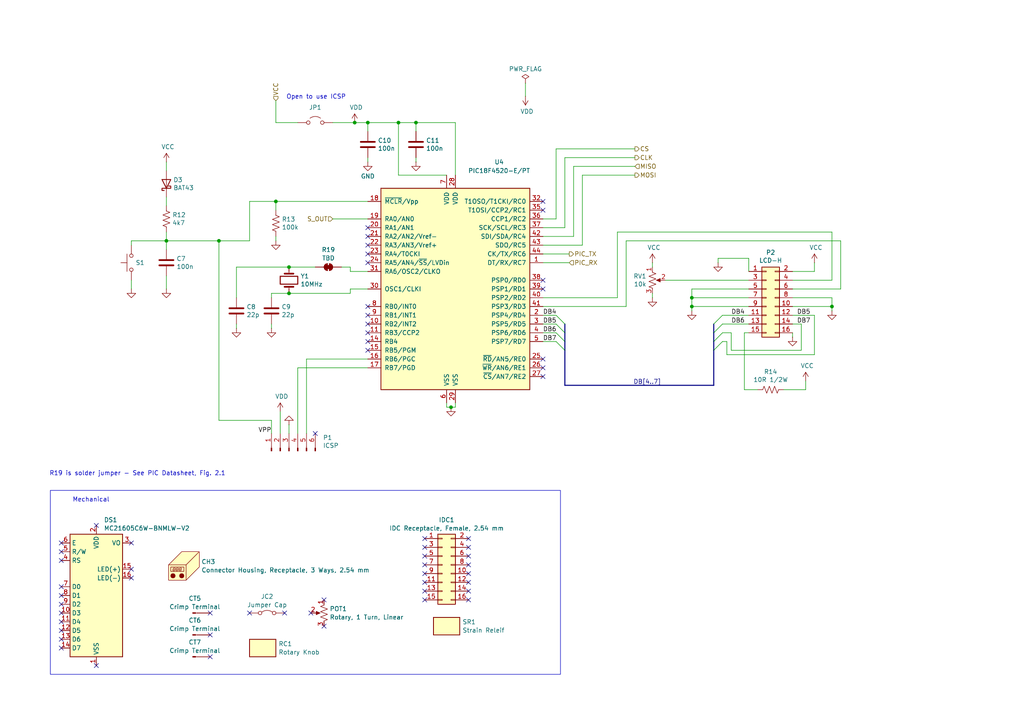
<source format=kicad_sch>
(kicad_sch (version 20250114) (generator "eeschema") (generator_version "9.0")
  (paper "A4")
  (title_block (title "Microcontroller") (company "University of Niš, Faculty of Electronic Engineering, Department of Microelectronics") (comment 1 "Product: Temperature Logger TL-01"))
  (lib_symbols
    (symbol "Conn_01x01_Pin_1" (pin_numbers (hide yes)) (pin_names (offset 1.016) (hide yes))
      (property "Reference" "J" (at 0 2.54 0))
      (property "Value" "Conn_01x01_Pin" (at 0 -2.54 0))
      (symbol "Conn_01x01_Pin_1_1_1"
        (rectangle (start 0.8636 0.127) (end 0 -0.127) (stroke (width 0.1524)) (fill (type outline)))
        (polyline (pts (xy 1.27 0) (xy 0.8636 0)) (stroke (width 0.1524)))
        (pin passive line (at 5.08 0 180) (length 3.81) (name "Pin_1") (number "1"))
      )
    )
    (symbol "Conn_01x01_Pin_2" (pin_numbers (hide yes)) (pin_names (offset 1.016) (hide yes))
      (property "Reference" "J" (at 0 2.54 0))
      (property "Value" "Conn_01x01_Pin" (at 0 -2.54 0))
      (symbol "Conn_01x01_Pin_2_1_1"
        (rectangle (start 0.8636 0.127) (end 0 -0.127) (stroke (width 0.1524)) (fill (type outline)))
        (polyline (pts (xy 1.27 0) (xy 0.8636 0)) (stroke (width 0.1524)))
        (pin passive line (at 5.08 0 180) (length 3.81) (name "Pin_1") (number "1"))
      )
    )
    (symbol "Connector:Conn_01x01_Pin" (pin_numbers (hide yes)) (pin_names (offset 1.016) (hide yes))
      (property "Reference" "J" (at 0 2.54 0))
      (property "Value" "Conn_01x01_Pin" (at 0 -2.54 0))
      (symbol "Conn_01x01_Pin_1_1"
        (rectangle (start 0.8636 0.127) (end 0 -0.127) (stroke (width 0.1524)) (fill (type outline)))
        (polyline (pts (xy 1.27 0) (xy 0.8636 0)) (stroke (width 0.1524)))
        (pin passive line (at 5.08 0 180) (length 3.81) (name "Pin_1") (number "1"))
      )
    )
    (symbol "Connector:Conn_01x06_Pin" (pin_names (offset 1.016) (hide yes))
      (property "Reference" "J" (at 0 7.62 0))
      (property "Value" "Conn_01x06_Pin" (at 0 -10.16 0))
      (symbol "Conn_01x06_Pin_1_1"
        (rectangle (start 0.8636 5.207) (end 0 4.953) (stroke (width 0.1524)) (fill (type outline)))
        (rectangle (start 0.8636 2.667) (end 0 2.413) (stroke (width 0.1524)) (fill (type outline)))
        (rectangle (start 0.8636 0.127) (end 0 -0.127) (stroke (width 0.1524)) (fill (type outline)))
        (rectangle (start 0.8636 -2.413) (end 0 -2.667) (stroke (width 0.1524)) (fill (type outline)))
        (rectangle (start 0.8636 -4.953) (end 0 -5.207) (stroke (width 0.1524)) (fill (type outline)))
        (rectangle (start 0.8636 -7.493) (end 0 -7.747) (stroke (width 0.1524)) (fill (type outline)))
        (polyline (pts (xy 1.27 5.08) (xy 0.8636 5.08)) (stroke (width 0.1524)))
        (polyline (pts (xy 1.27 2.54) (xy 0.8636 2.54)) (stroke (width 0.1524)))
        (polyline (pts (xy 1.27 0) (xy 0.8636 0)) (stroke (width 0.1524)))
        (polyline (pts (xy 1.27 -2.54) (xy 0.8636 -2.54)) (stroke (width 0.1524)))
        (polyline (pts (xy 1.27 -5.08) (xy 0.8636 -5.08)) (stroke (width 0.1524)))
        (polyline (pts (xy 1.27 -7.62) (xy 0.8636 -7.62)) (stroke (width 0.1524)))
        (pin passive line (at 5.08 5.08 180) (length 3.81) (name "Pin_1") (number "1"))
        (pin passive line (at 5.08 2.54 180) (length 3.81) (name "Pin_2") (number "2"))
        (pin passive line (at 5.08 0 180) (length 3.81) (name "Pin_3") (number "3"))
        (pin passive line (at 5.08 -2.54 180) (length 3.81) (name "Pin_4") (number "4"))
        (pin passive line (at 5.08 -5.08 180) (length 3.81) (name "Pin_5") (number "5"))
        (pin passive line (at 5.08 -7.62 180) (length 3.81) (name "Pin_6") (number "6"))
      )
    )
    (symbol "Connector_Generic:Conn_02x08_Odd_Even" (pin_names (offset 1.016) (hide yes))
      (property "Reference" "J" (at 1.27 10.16 0))
      (property "Value" "Conn_02x08_Odd_Even" (at 1.27 -12.7 0))
      (symbol "Conn_02x08_Odd_Even_1_1"
        (rectangle (start -1.27 8.89) (end 3.81 -11.43) (stroke (width 0.254)) (fill (type background)))
        (rectangle (start -1.27 7.747) (end 0 7.493) (stroke (width 0.1524)))
        (rectangle (start -1.27 5.207) (end 0 4.953) (stroke (width 0.1524)))
        (rectangle (start -1.27 2.667) (end 0 2.413) (stroke (width 0.1524)))
        (rectangle (start -1.27 0.127) (end 0 -0.127) (stroke (width 0.1524)))
        (rectangle (start -1.27 -2.413) (end 0 -2.667) (stroke (width 0.1524)))
        (rectangle (start -1.27 -4.953) (end 0 -5.207) (stroke (width 0.1524)))
        (rectangle (start -1.27 -7.493) (end 0 -7.747) (stroke (width 0.1524)))
        (rectangle (start -1.27 -10.033) (end 0 -10.287) (stroke (width 0.1524)))
        (rectangle (start 3.81 7.747) (end 2.54 7.493) (stroke (width 0.1524)))
        (rectangle (start 3.81 5.207) (end 2.54 4.953) (stroke (width 0.1524)))
        (rectangle (start 3.81 2.667) (end 2.54 2.413) (stroke (width 0.1524)))
        (rectangle (start 3.81 0.127) (end 2.54 -0.127) (stroke (width 0.1524)))
        (rectangle (start 3.81 -2.413) (end 2.54 -2.667) (stroke (width 0.1524)))
        (rectangle (start 3.81 -4.953) (end 2.54 -5.207) (stroke (width 0.1524)))
        (rectangle (start 3.81 -7.493) (end 2.54 -7.747) (stroke (width 0.1524)))
        (rectangle (start 3.81 -10.033) (end 2.54 -10.287) (stroke (width 0.1524)))
        (pin passive line (at -5.08 7.62 0) (length 3.81) (name "Pin_1") (number "1"))
        (pin passive line (at -5.08 5.08 0) (length 3.81) (name "Pin_3") (number "3"))
        (pin passive line (at -5.08 2.54 0) (length 3.81) (name "Pin_5") (number "5"))
        (pin passive line (at -5.08 0 0) (length 3.81) (name "Pin_7") (number "7"))
        (pin passive line (at -5.08 -2.54 0) (length 3.81) (name "Pin_9") (number "9"))
        (pin passive line (at -5.08 -5.08 0) (length 3.81) (name "Pin_11") (number "11"))
        (pin passive line (at -5.08 -7.62 0) (length 3.81) (name "Pin_13") (number "13"))
        (pin passive line (at -5.08 -10.16 0) (length 3.81) (name "Pin_15") (number "15"))
        (pin passive line (at 7.62 7.62 180) (length 3.81) (name "Pin_2") (number "2"))
        (pin passive line (at 7.62 5.08 180) (length 3.81) (name "Pin_4") (number "4"))
        (pin passive line (at 7.62 2.54 180) (length 3.81) (name "Pin_6") (number "6"))
        (pin passive line (at 7.62 0 180) (length 3.81) (name "Pin_8") (number "8"))
        (pin passive line (at 7.62 -2.54 180) (length 3.81) (name "Pin_10") (number "10"))
        (pin passive line (at 7.62 -5.08 180) (length 3.81) (name "Pin_12") (number "12"))
        (pin passive line (at 7.62 -7.62 180) (length 3.81) (name "Pin_14") (number "14"))
        (pin passive line (at 7.62 -10.16 180) (length 3.81) (name "Pin_16") (number "16"))
      )
    )
    (symbol "Device:C" (pin_numbers (hide yes)) (pin_names (offset 0.254))
      (property "Reference" "C" (at 0.635 2.54 0))
      (property "Value" "C" (at 0.635 -2.54 0))
      (symbol "C_0_1"
        (polyline (pts (xy -2.032 0.762) (xy 2.032 0.762)) (stroke (width 0.508)))
        (polyline (pts (xy -2.032 -0.762) (xy 2.032 -0.762)) (stroke (width 0.508)))
      )
      (symbol "C_1_1"
        (pin passive line (at 0 3.81 270) (length 2.794) (name "~") (number "1"))
        (pin passive line (at 0 -3.81 90) (length 2.794) (name "~") (number "2"))
      )
    )
    (symbol "Device:Crystal" (pin_numbers (hide yes)) (pin_names (offset 1.016) (hide yes))
      (property "Reference" "Y" (at 0 3.81 0))
      (property "Value" "Crystal" (at 0 -3.81 0))
      (symbol "Crystal_0_1"
        (polyline (pts (xy -2.54 0) (xy -1.905 0)))
        (polyline (pts (xy -1.905 -1.27) (xy -1.905 1.27)) (stroke (width 0.508)))
        (rectangle (start -1.143 2.54) (end 1.143 -2.54) (stroke (width 0.3048)))
        (polyline (pts (xy 1.905 -1.27) (xy 1.905 1.27)) (stroke (width 0.508)))
        (polyline (pts (xy 2.54 0) (xy 1.905 0)))
      )
      (symbol "Crystal_1_1"
        (pin passive line (at -3.81 0 0) (length 1.27) (name "1") (number "1"))
        (pin passive line (at 3.81 0 180) (length 1.27) (name "2") (number "2"))
      )
    )
    (symbol "Device:D_Schottky" (pin_numbers (hide yes)) (pin_names (offset 1.016) (hide yes))
      (property "Reference" "D" (at 0 2.54 0))
      (property "Value" "D_Schottky" (at 0 -2.54 0))
      (symbol "D_Schottky_0_1"
        (polyline (pts (xy -1.905 0.635) (xy -1.905 1.27) (xy -1.27 1.27) (xy -1.27 -1.27) (xy -0.635 -1.27) (xy -0.635 -0.635)) (stroke (width 0.254)))
        (polyline (pts (xy 1.27 1.27) (xy 1.27 -1.27) (xy -1.27 0) (xy 1.27 1.27)) (stroke (width 0.254)))
        (polyline (pts (xy 1.27 0) (xy -1.27 0)))
      )
      (symbol "D_Schottky_1_1"
        (pin passive line (at -3.81 0 0) (length 2.54) (name "K") (number "1"))
        (pin passive line (at 3.81 0 180) (length 2.54) (name "A") (number "2"))
      )
    )
    (symbol "Device:R_Potentiometer_US" (pin_names (offset 1.016) (hide yes))
      (property "Reference" "RV" (at -4.445 0 90))
      (property "Value" "R_Potentiometer_US" (at -2.54 0 90))
      (symbol "R_Potentiometer_US_0_1"
        (polyline (pts (xy 0 2.54) (xy 0 2.286)))
        (polyline (pts (xy 0 2.286) (xy 1.016 1.905) (xy 0 1.524) (xy -1.016 1.143) (xy 0 0.762)))
        (polyline (pts (xy 0 0.762) (xy 1.016 0.381) (xy 0 0) (xy -1.016 -0.381) (xy 0 -0.762)))
        (polyline (pts (xy 0 -0.762) (xy 1.016 -1.143) (xy 0 -1.524) (xy -1.016 -1.905) (xy 0 -2.286)))
        (polyline (pts (xy 0 -2.286) (xy 0 -2.54)))
        (polyline (pts (xy 1.143 0) (xy 2.286 0.508) (xy 2.286 -0.508) (xy 1.143 0)) (fill (type outline)))
        (polyline (pts (xy 2.54 0) (xy 1.524 0)))
      )
      (symbol "R_Potentiometer_US_1_1"
        (pin passive line (at 0 3.81 270) (length 1.27) (name "1") (number "1"))
        (pin passive line (at 0 -3.81 90) (length 1.27) (name "3") (number "3"))
        (pin passive line (at 3.81 0 180) (length 1.27) (name "2") (number "2"))
      )
    )
    (symbol "Device:R_US" (pin_numbers (hide yes)) (pin_names (offset 0))
      (property "Reference" "R" (at 2.54 0 90))
      (property "Value" "R_US" (at -2.54 0 90))
      (symbol "R_US_0_1"
        (polyline (pts (xy 0 2.286) (xy 0 2.54)))
        (polyline (pts (xy 0 2.286) (xy 1.016 1.905) (xy 0 1.524) (xy -1.016 1.143) (xy 0 0.762)))
        (polyline (pts (xy 0 0.762) (xy 1.016 0.381) (xy 0 0) (xy -1.016 -0.381) (xy 0 -0.762)))
        (polyline (pts (xy 0 -0.762) (xy 1.016 -1.143) (xy 0 -1.524) (xy -1.016 -1.905) (xy 0 -2.286)))
        (polyline (pts (xy 0 -2.286) (xy 0 -2.54)))
      )
      (symbol "R_US_1_1"
        (pin passive line (at 0 3.81 270) (length 1.27) (name "~") (number "1"))
        (pin passive line (at 0 -3.81 90) (length 1.27) (name "~") (number "2"))
      )
    )
    (symbol "Display_Character:WC1602A"
      (property "Reference" "DS" (at -5.842 19.05 0))
      (property "Value" "WC1602A" (at 5.334 19.05 0))
      (symbol "WC1602A_1_1"
        (rectangle (start -7.62 17.78) (end 7.62 -17.78) (stroke (width 0.254)) (fill (type background)))
        (pin input line (at -10.16 15.24 0) (length 2.54) (name "E") (number "6"))
        (pin input line (at -10.16 12.7 0) (length 2.54) (name "R/W") (number "5"))
        (pin input line (at -10.16 10.16 0) (length 2.54) (name "RS") (number "4"))
        (pin input line (at -10.16 2.54 0) (length 2.54) (name "D0") (number "7"))
        (pin input line (at -10.16 0 0) (length 2.54) (name "D1") (number "8"))
        (pin input line (at -10.16 -2.54 0) (length 2.54) (name "D2") (number "9"))
        (pin input line (at -10.16 -5.08 0) (length 2.54) (name "D3") (number "10"))
        (pin input line (at -10.16 -7.62 0) (length 2.54) (name "D4") (number "11"))
        (pin input line (at -10.16 -10.16 0) (length 2.54) (name "D5") (number "12"))
        (pin input line (at -10.16 -12.7 0) (length 2.54) (name "D6") (number "13"))
        (pin input line (at -10.16 -15.24 0) (length 2.54) (name "D7") (number "14"))
        (pin power_in line (at 0 20.32 270) (length 2.54) (name "VDD") (number "2"))
        (pin power_in line (at 0 -20.32 90) (length 2.54) (name "VSS") (number "1"))
        (pin input line (at 10.16 15.24 180) (length 2.54) (name "VO") (number "3"))
        (pin power_in line (at 10.16 7.62 180) (length 2.54) (name "LED(+)") (number "15"))
        (pin power_in line (at 10.16 5.08 180) (length 2.54) (name "LED(-)") (number "16"))
      )
    )
    (symbol "Jumper:Jumper_2_Bridged" (pin_numbers (hide yes)) (pin_names (offset 0) (hide yes)) (exclude_from_sim yes)
      (property "Reference" "JP" (at 0 1.905 0))
      (property "Value" "Jumper_2_Bridged" (at 0 -2.54 0))
      (symbol "Jumper_2_Bridged_0_0"
        (circle (center -2.032 0) (radius 0.508))
        (circle (center 2.032 0) (radius 0.508))
      )
      (symbol "Jumper_2_Bridged_0_1"
        (arc (start -1.524 0.254) (mid 0 0.762) (end 1.524 0.254))
      )
      (symbol "Jumper_2_Bridged_1_1"
        (pin passive line (at -5.08 0 0) (length 2.54) (name "A") (number "1"))
        (pin passive line (at 5.08 0 180) (length 2.54) (name "B") (number "2"))
      )
    )
    (symbol "Jumper:Jumper_2_Open" (pin_numbers (hide yes)) (pin_names (offset 0) (hide yes)) (exclude_from_sim yes)
      (property "Reference" "JP" (at 0 2.794 0))
      (property "Value" "Jumper_2_Open" (at 0 -2.286 0))
      (symbol "Jumper_2_Open_0_0"
        (circle (center -2.032 0) (radius 0.508))
        (circle (center 2.032 0) (radius 0.508))
      )
      (symbol "Jumper_2_Open_0_1"
        (arc (start -1.524 1.27) (mid 0 1.778) (end 1.524 1.27))
      )
      (symbol "Jumper_2_Open_1_1"
        (pin passive line (at -5.08 0 0) (length 2.54) (name "A") (number "1"))
        (pin passive line (at 5.08 0 180) (length 2.54) (name "B") (number "2"))
      )
    )
    (symbol "Jumper:SolderJumper_2_Bridged" (pin_numbers (hide yes)) (pin_names (offset 0) (hide yes)) (exclude_from_sim yes) (in_bom no)
      (property "Reference" "JP" (at 0 2.032 0))
      (property "Value" "SolderJumper_2_Bridged" (at 0 -2.54 0))
      (symbol "SolderJumper_2_Bridged_0_1"
        (rectangle (start -0.508 0.508) (end 0.508 -0.508) (fill (type outline)))
        (polyline (pts (xy -0.254 1.016) (xy -0.254 -1.016)))
        (arc (start -0.254 -1.016) (mid -1.2656 0) (end -0.254 1.016))
        (arc (start -0.254 -1.016) (mid -1.2656 0) (end -0.254 1.016) (fill (type outline)))
        (arc (start 0.254 1.016) (mid 1.2656 0) (end 0.254 -1.016))
        (arc (start 0.254 1.016) (mid 1.2656 0) (end 0.254 -1.016) (fill (type outline)))
        (polyline (pts (xy 0.254 1.016) (xy 0.254 -1.016)))
      )
      (symbol "SolderJumper_2_Bridged_1_1"
        (pin passive line (at -3.81 0 0) (length 2.54) (name "A") (number "1"))
        (pin passive line (at 3.81 0 180) (length 2.54) (name "B") (number "2"))
      )
    )
    (symbol "MCU_Microchip_PIC18:PIC18F452-IPT" (pin_names (offset 1.016))
      (property "Reference" "U" (at -21.59 30.48 0))
      (property "Value" "PIC18F452-IPT" (at 5.08 -30.48 0))
      (symbol "PIC18F452-IPT_0_1"
        (rectangle (start 21.59 -29.21) (end -21.59 29.21) (stroke (width 0.254)) (fill (type background)))
      )
      (symbol "PIC18F452-IPT_1_1"
        (pin input line (at -25.4 25.4 0) (length 3.81) (name "~{MCLR}/Vpp") (number "18"))
        (pin bidirectional line (at -25.4 20.32 0) (length 3.81) (name "RA0/AN0") (number "19"))
        (pin bidirectional line (at -25.4 17.78 0) (length 3.81) (name "RA1/AN1") (number "20"))
        (pin bidirectional line (at -25.4 15.24 0) (length 3.81) (name "RA2/AN2/Vref-") (number "21"))
        (pin bidirectional line (at -25.4 12.7 0) (length 3.81) (name "RA3/AN3/Vref+") (number "22"))
        (pin bidirectional line (at -25.4 10.16 0) (length 3.81) (name "RA4/T0CKI") (number "23"))
        (pin bidirectional line (at -25.4 7.62 0) (length 3.81) (name "RA5/AN4/~{SS}/LVDin") (number "24"))
        (pin bidirectional line (at -25.4 5.08 0) (length 3.81) (name "RA6/OSC2/CLKO") (number "31"))
        (pin input line (at -25.4 0 0) (length 3.81) (name "OSC1/CLKI") (number "30"))
        (pin bidirectional line (at -25.4 -5.08 0) (length 3.81) (name "RB0/INT0") (number "8"))
        (pin bidirectional line (at -25.4 -7.62 0) (length 3.81) (name "RB1/INT1") (number "9"))
        (pin bidirectional line (at -25.4 -10.16 0) (length 3.81) (name "RB2/INT2") (number "10"))
        (pin bidirectional line (at -25.4 -12.7 0) (length 3.81) (name "RB3/CCP2") (number "11"))
        (pin bidirectional line (at -25.4 -15.24 0) (length 3.81) (name "RB4") (number "14"))
        (pin bidirectional line (at -25.4 -17.78 0) (length 3.81) (name "RB5/PGM") (number "15"))
        (pin bidirectional line (at -25.4 -20.32 0) (length 3.81) (name "RB6/PGC") (number "16"))
        (pin bidirectional line (at -25.4 -22.86 0) (length 3.81) (name "RB7/PGD") (number "17"))
        (pin no_connect line (at -15.24 -29.21 90) (length 3.81) (hide yes) (name "NC") (number "12"))
        (pin no_connect line (at -12.7 -29.21 90) (length 3.81) (hide yes) (name "NC") (number "13"))
        (pin no_connect line (at -10.16 -29.21 90) (length 3.81) (hide yes) (name "NC") (number "33"))
        (pin no_connect line (at -7.62 -29.21 90) (length 3.81) (hide yes) (name "NC") (number "34"))
        (pin power_in line (at -2.54 33.02 270) (length 3.81) (name "VDD") (number "7"))
        (pin power_in line (at -2.54 -33.02 90) (length 3.81) (name "VSS") (number "6"))
        (pin power_in line (at 0 33.02 270) (length 3.81) (name "VDD") (number "28"))
        (pin power_in line (at 0 -33.02 90) (length 3.81) (name "VSS") (number "29"))
        (pin bidirectional line (at 25.4 25.4 180) (length 3.81) (name "T1OSO/T1CKI/RC0") (number "32"))
        (pin bidirectional line (at 25.4 22.86 180) (length 3.81) (name "T1OSI/CCP2/RC1") (number "35"))
        (pin bidirectional line (at 25.4 20.32 180) (length 3.81) (name "CCP1/RC2") (number "36"))
        (pin bidirectional line (at 25.4 17.78 180) (length 3.81) (name "SCK/SCL/RC3") (number "37"))
        (pin bidirectional line (at 25.4 15.24 180) (length 3.81) (name "SDI/SDA/RC4") (number "42"))
        (pin bidirectional line (at 25.4 12.7 180) (length 3.81) (name "SDO/RC5") (number "43"))
        (pin bidirectional line (at 25.4 10.16 180) (length 3.81) (name "CK/TX/RC6") (number "44"))
        (pin bidirectional line (at 25.4 7.62 180) (length 3.81) (name "DT/RX/RC7") (number "1"))
        (pin bidirectional line (at 25.4 2.54 180) (length 3.81) (name "PSP0/RD0") (number "38"))
        (pin bidirectional line (at 25.4 0 180) (length 3.81) (name "PSP1/RD1") (number "39"))
        (pin bidirectional line (at 25.4 -2.54 180) (length 3.81) (name "PSP2/RD2") (number "40"))
        (pin bidirectional line (at 25.4 -5.08 180) (length 3.81) (name "PSP3/RD3") (number "41"))
        (pin bidirectional line (at 25.4 -7.62 180) (length 3.81) (name "PSP4/RD4") (number "2"))
        (pin bidirectional line (at 25.4 -10.16 180) (length 3.81) (name "PSP5/RD5") (number "3"))
        (pin bidirectional line (at 25.4 -12.7 180) (length 3.81) (name "PSP6/RD6") (number "4"))
        (pin bidirectional line (at 25.4 -15.24 180) (length 3.81) (name "PSP7/RD7") (number "5"))
        (pin bidirectional line (at 25.4 -20.32 180) (length 3.81) (name "~{RD}/AN5/RE0") (number "25"))
        (pin bidirectional line (at 25.4 -22.86 180) (length 3.81) (name "~{WR}/AN6/RE1") (number "26"))
        (pin bidirectional line (at 25.4 -25.4 180) (length 3.81) (name "~{CS}/AN7/RE2") (number "27"))
      )
    )
    (symbol "Mechanical:Housing" (pin_names (offset 1.016)) (exclude_from_sim yes)
      (property "Reference" "N" (at 3.81 0 0))
      (property "Value" "Housing" (at 3.81 -1.905 0))
      (symbol "Housing_0_1"
        (polyline (pts (xy -5.715 0) (xy -0.635 0) (xy 3.175 3.81)))
        (polyline (pts (xy -5.715 0) (xy -5.715 -4.445) (xy -0.635 -4.445) (xy 3.175 -0.635) (xy 3.175 3.81) (xy -1.905 3.81) (xy -5.715 0)) (fill (type background)))
        (rectangle (start -5.08 -0.635) (end -1.27 -1.905))
        (polyline (pts (xy -4.5212 -1.5748) (xy -4.4704 -1.3716)))
        (circle (center -4.445 -3.175) (radius 0.635) (fill (type outline)))
        (polyline (pts (xy -4.4196 -1.2192) (xy -4.3688 -0.9652)))
        (polyline (pts (xy -4.4196 -1.6764) (xy -4.064 -1.6764)))
        (polyline (pts (xy -4.318 -1.3208) (xy -4.0132 -1.3208)))
        (polyline (pts (xy -4.2164 -0.9144) (xy -3.9116 -0.9144)))
        (polyline (pts (xy -3.9116 -1.6256) (xy -3.8608 -1.3716)))
        (polyline (pts (xy -3.81 -1.2192) (xy -3.7592 -0.9652)))
        (polyline (pts (xy -3.6068 -1.5748) (xy -3.556 -1.3716)))
        (polyline (pts (xy -3.5052 -1.2192) (xy -3.4544 -0.9652)))
        (polyline (pts (xy -3.5052 -1.6764) (xy -3.1496 -1.6764)))
        (polyline (pts (xy -3.4036 -1.3208) (xy -3.0988 -1.3208)))
        (polyline (pts (xy -3.302 -0.9144) (xy -2.9972 -0.9144)))
        (polyline (pts (xy -2.9972 -1.6256) (xy -2.9464 -1.3716)))
        (polyline (pts (xy -2.8956 -1.2192) (xy -2.8448 -0.9652)))
        (polyline (pts (xy -2.6924 -1.5748) (xy -2.6416 -1.3716)))
        (polyline (pts (xy -2.5908 -1.2192) (xy -2.54 -0.9652)))
        (polyline (pts (xy -2.5908 -1.6764) (xy -2.2352 -1.6764)))
        (polyline (pts (xy -2.4892 -1.3208) (xy -2.1844 -1.3208)))
        (polyline (pts (xy -2.3876 -0.9144) (xy -2.0828 -0.9144)))
        (polyline (pts (xy -2.0828 -1.6256) (xy -2.032 -1.3716)))
        (polyline (pts (xy -1.9812 -1.2192) (xy -1.9304 -0.9652)))
        (circle (center -1.905 -3.175) (radius 0.635) (fill (type outline)))
        (polyline (pts (xy -0.635 0) (xy -0.635 -4.445)))
      )
    )
    (symbol "Switch:SW_Push" (pin_numbers (hide yes)) (pin_names (offset 1.016) (hide yes))
      (property "Reference" "SW" (at 1.27 2.54 0))
      (property "Value" "SW_Push" (at 0 -1.524 0))
      (symbol "SW_Push_0_1"
        (circle (center -2.032 0) (radius 0.508))
        (polyline (pts (xy 0 1.27) (xy 0 3.048)))
        (circle (center 2.032 0) (radius 0.508))
        (polyline (pts (xy 2.54 1.27) (xy -2.54 1.27)))
        (pin passive line (at -5.08 0 0) (length 2.54) (name "1") (number "1"))
        (pin passive line (at 5.08 0 180) (length 2.54) (name "2") (number "2"))
      )
    )
    (symbol "ZP_Library:Dummy"
      (property "Reference" "U" (at -3.81 4.318 0))
      (property "Value" "Dummy" (at 3.556 4.572 0))
      (symbol "Dummy_0_1"
        (rectangle (start -3.81 2.54) (end 3.81 -2.54) (stroke (width 0.254)) (fill (type background)))
      )
    )
    (symbol "power:GND" (power) (pin_numbers (hide yes)) (pin_names (offset 0) (hide yes))
      (property "Value" "GND" (at 0 -3.81 0))
      (symbol "GND_0_1"
        (polyline (pts (xy 0 0) (xy 0 -1.27) (xy 1.27 -1.27) (xy 0 -2.54) (xy -1.27 -1.27) (xy 0 -1.27)))
      )
      (symbol "GND_1_1"
        (pin power_in line (at 0 0 270) (length 0) (name "~") (number "1"))
      )
    )
    (symbol "power:PWR_FLAG" (power) (pin_numbers (hide yes)) (pin_names (offset 0) (hide yes))
      (property "Value" "PWR_FLAG" (at 0 3.81 0))
      (symbol "PWR_FLAG_0_0"
        (pin power_out line (at 0 0 90) (length 0) (name "~") (number "1"))
      )
      (symbol "PWR_FLAG_0_1"
        (polyline (pts (xy 0 0) (xy 0 1.27) (xy -1.016 1.905) (xy 0 2.54) (xy 1.016 1.905) (xy 0 1.27)))
      )
    )
    (symbol "power:VCC" (power) (pin_numbers (hide yes)) (pin_names (offset 0) (hide yes))
      (property "Value" "VCC" (at 0 3.556 0))
      (symbol "VCC_0_1"
        (polyline (pts (xy -0.762 1.27) (xy 0 2.54)))
        (polyline (pts (xy 0 2.54) (xy 0.762 1.27)))
        (polyline (pts (xy 0 0) (xy 0 2.54)))
      )
      (symbol "VCC_1_1"
        (pin power_in line (at 0 0 90) (length 0) (name "~") (number "1"))
      )
    )
    (symbol "power:VDD" (power) (pin_numbers (hide yes)) (pin_names (offset 0) (hide yes))
      (property "Value" "VDD" (at 0 3.556 0))
      (symbol "VDD_0_1"
        (polyline (pts (xy -0.762 1.27) (xy 0 2.54)))
        (polyline (pts (xy 0 2.54) (xy 0.762 1.27)))
        (polyline (pts (xy 0 0) (xy 0 2.54)))
      )
      (symbol "VDD_1_1"
        (pin power_in line (at 0 0 90) (length 0) (name "~") (number "1"))
      )
    )
  )
  (rectangle (start 14.605 142.24) (end 162.56 195.58))
  (text "Mechanical" (at 26.416 145.034 0) (effects (font (size 1.27 1.27))))
  (text "Open to use ICSP" (at 91.694 28.194 0) (effects (font (size 1.27 1.27))))
  (text "R19 is solder jumper - See PIC Datasheet, Fig. 2.1" (at 39.878 137.414 0) (effects (font (size 1.27 1.27))))
  (junction (at 106.68 35.56))
  (junction (at 83.82 77.47))
  (junction (at 80.01 58.42))
  (junction (at 200.66 88.9))
  (junction (at 102.87 35.56))
  (junction (at 241.3 88.9))
  (junction (at 63.5 69.85))
  (junction (at 120.65 35.56))
  (junction (at 115.57 35.56))
  (junction (at 48.26 69.85))
  (junction (at 83.82 85.09))
  (junction (at 130.81 118.11))
  (junction (at 200.66 86.36))
  (no_connect (at 17.78 185.42))
  (no_connect (at 135.89 163.83))
  (no_connect (at 38.1 157.48))
  (no_connect (at 123.19 156.21))
  (no_connect (at 17.78 175.26))
  (no_connect (at 106.68 71.12))
  (no_connect (at 123.19 173.99))
  (no_connect (at 27.94 152.4))
  (no_connect (at 17.78 170.18))
  (no_connect (at 157.48 58.42))
  (no_connect (at 157.48 83.82))
  (no_connect (at 157.48 81.28))
  (no_connect (at 123.19 168.91))
  (no_connect (at 106.68 93.98))
  (no_connect (at 135.89 156.21))
  (no_connect (at 106.68 66.04))
  (no_connect (at 93.98 181.61))
  (no_connect (at 106.68 91.44))
  (no_connect (at 60.96 177.8))
  (no_connect (at 123.19 161.29))
  (no_connect (at 135.89 168.91))
  (no_connect (at 72.39 177.8))
  (no_connect (at 106.68 76.2))
  (no_connect (at 135.89 171.45))
  (no_connect (at 82.55 177.8))
  (no_connect (at 17.78 160.02))
  (no_connect (at 106.68 96.52))
  (no_connect (at 17.78 157.48))
  (no_connect (at 17.78 182.88))
  (no_connect (at 38.1 165.1))
  (no_connect (at 135.89 173.99))
  (no_connect (at 106.68 88.9))
  (no_connect (at 60.96 184.15))
  (no_connect (at 60.96 190.5))
  (no_connect (at 157.48 109.22))
  (no_connect (at 123.19 166.37))
  (no_connect (at 135.89 158.75))
  (no_connect (at 106.68 68.58))
  (no_connect (at 123.19 158.75))
  (no_connect (at 106.68 73.66))
  (no_connect (at 17.78 162.56))
  (no_connect (at 38.1 167.64))
  (no_connect (at 17.78 180.34))
  (no_connect (at 27.94 193.04))
  (no_connect (at 157.48 60.96))
  (no_connect (at 91.44 125.73))
  (no_connect (at 123.19 171.45))
  (no_connect (at 135.89 161.29))
  (no_connect (at 106.68 99.06))
  (no_connect (at 17.78 177.8))
  (no_connect (at 106.68 101.6))
  (no_connect (at 123.19 163.83))
  (no_connect (at 157.48 106.68))
  (no_connect (at 90.17 177.8))
  (no_connect (at 135.89 166.37))
  (no_connect (at 17.78 187.96))
  (no_connect (at 93.98 173.99))
  (no_connect (at 17.78 172.72))
  (no_connect (at 157.48 104.14))
  (bus_entry (at 161.29 96.52) (size 2.54 2.54))
  (bus_entry (at 161.29 91.44) (size 2.54 2.54))
  (bus_entry (at 207.01 96.52) (size 2.54 -2.54))
  (bus_entry (at 161.29 99.06) (size 2.54 2.54))
  (bus_entry (at 207.01 101.6) (size 2.54 -2.54))
  (bus_entry (at 161.29 93.98) (size 2.54 2.54))
  (bus_entry (at 207.01 93.98) (size 2.54 -2.54))
  (bus_entry (at 207.01 99.06) (size 2.54 -2.54))
  (wire (pts (xy 217.17 78.74) (xy 217.17 74.93)))
  (wire (pts (xy 80.01 35.56) (xy 86.36 35.56)))
  (wire (pts (xy 157.48 71.12) (xy 168.91 71.12)))
  (wire (pts (xy 157.48 66.04) (xy 163.83 66.04)))
  (wire (pts (xy 163.83 45.72) (xy 184.15 45.72)))
  (wire (pts (xy 106.68 83.82) (xy 101.6 83.82)))
  (wire (pts (xy 157.48 99.06) (xy 161.29 99.06)))
  (bus (pts (xy 163.83 99.06) (xy 163.83 101.6)))
  (wire (pts (xy 101.6 78.74) (xy 106.68 78.74)))
  (wire (pts (xy 241.3 67.31) (xy 179.07 67.31)))
  (wire (pts (xy 48.26 57.15) (xy 48.26 59.69)))
  (wire (pts (xy 152.4 24.13) (xy 152.4 27.94)))
  (wire (pts (xy 200.66 86.36) (xy 200.66 88.9)))
  (wire (pts (xy 63.5 69.85) (xy 72.39 69.85)))
  (wire (pts (xy 165.1 76.2) (xy 157.48 76.2)))
  (wire (pts (xy 168.91 71.12) (xy 168.91 50.8)))
  (wire (pts (xy 161.29 63.5) (xy 157.48 63.5)))
  (wire (pts (xy 83.82 85.09) (xy 101.6 85.09)))
  (wire (pts (xy 88.9 104.14) (xy 106.68 104.14)))
  (wire (pts (xy 229.87 81.28) (xy 241.3 81.28)))
  (bus (pts (xy 207.01 93.98) (xy 207.01 96.52)))
  (wire (pts (xy 38.1 81.28) (xy 38.1 83.82)))
  (wire (pts (xy 88.9 125.73) (xy 88.9 104.14)))
  (wire (pts (xy 200.66 86.36) (xy 217.17 86.36)))
  (wire (pts (xy 120.65 45.72) (xy 120.65 46.99)))
  (wire (pts (xy 48.26 69.85) (xy 38.1 69.85)))
  (wire (pts (xy 232.41 93.98) (xy 232.41 101.6)))
  (wire (pts (xy 106.68 46.99) (xy 106.68 45.72)))
  (wire (pts (xy 106.68 35.56) (xy 115.57 35.56)))
  (wire (pts (xy 115.57 50.8) (xy 115.57 35.56)))
  (wire (pts (xy 48.26 69.85) (xy 48.26 72.39)))
  (wire (pts (xy 63.5 69.85) (xy 63.5 121.92)))
  (wire (pts (xy 229.87 96.52) (xy 229.87 97.79)))
  (wire (pts (xy 83.82 85.09) (xy 78.74 85.09)))
  (wire (pts (xy 99.06 77.47) (xy 101.6 77.47)))
  (wire (pts (xy 166.37 48.26) (xy 184.15 48.26)))
  (wire (pts (xy 212.09 96.52) (xy 209.55 96.52)))
  (wire (pts (xy 179.07 67.31) (xy 179.07 86.36)))
  (wire (pts (xy 96.52 63.5) (xy 106.68 63.5)))
  (wire (pts (xy 181.61 69.85) (xy 243.84 69.85)))
  (wire (pts (xy 78.74 121.92) (xy 63.5 121.92)))
  (wire (pts (xy 106.68 58.42) (xy 80.01 58.42)))
  (wire (pts (xy 243.84 83.82) (xy 229.87 83.82)))
  (wire (pts (xy 38.1 69.85) (xy 38.1 71.12)))
  (wire (pts (xy 157.48 91.44) (xy 161.29 91.44)))
  (wire (pts (xy 161.29 43.18) (xy 161.29 63.5)))
  (wire (pts (xy 184.15 43.18) (xy 161.29 43.18)))
  (wire (pts (xy 157.48 93.98) (xy 161.29 93.98)))
  (wire (pts (xy 78.74 93.98) (xy 78.74 95.25)))
  (wire (pts (xy 48.26 69.85) (xy 63.5 69.85)))
  (wire (pts (xy 229.87 88.9) (xy 241.3 88.9)))
  (wire (pts (xy 166.37 68.58) (xy 166.37 48.26)))
  (wire (pts (xy 72.39 58.42) (xy 80.01 58.42)))
  (wire (pts (xy 212.09 101.6) (xy 212.09 96.52)))
  (wire (pts (xy 115.57 50.8) (xy 129.54 50.8)))
  (wire (pts (xy 209.55 91.44) (xy 217.17 91.44)))
  (wire (pts (xy 132.08 35.56) (xy 132.08 50.8)))
  (wire (pts (xy 181.61 88.9) (xy 181.61 69.85)))
  (wire (pts (xy 210.82 102.87) (xy 210.82 99.06)))
  (wire (pts (xy 200.66 83.82) (xy 200.66 86.36)))
  (wire (pts (xy 68.58 77.47) (xy 83.82 77.47)))
  (wire (pts (xy 236.22 91.44) (xy 236.22 102.87)))
  (wire (pts (xy 229.87 78.74) (xy 236.22 78.74)))
  (wire (pts (xy 236.22 78.74) (xy 236.22 76.2)))
  (wire (pts (xy 80.01 58.42) (xy 80.01 60.96)))
  (wire (pts (xy 81.28 119.38) (xy 81.28 125.73)))
  (wire (pts (xy 157.48 96.52) (xy 161.29 96.52)))
  (wire (pts (xy 48.26 80.01) (xy 48.26 83.82)))
  (bus (pts (xy 207.01 99.06) (xy 207.01 101.6)))
  (wire (pts (xy 241.3 88.9) (xy 241.3 90.17)))
  (wire (pts (xy 227.33 113.03) (xy 233.68 113.03)))
  (wire (pts (xy 210.82 102.87) (xy 236.22 102.87)))
  (wire (pts (xy 83.82 77.47) (xy 91.44 77.47)))
  (wire (pts (xy 120.65 35.56) (xy 132.08 35.56)))
  (wire (pts (xy 78.74 85.09) (xy 78.74 86.36)))
  (wire (pts (xy 120.65 38.1) (xy 120.65 35.56)))
  (bus (pts (xy 207.01 96.52) (xy 207.01 99.06)))
  (wire (pts (xy 200.66 88.9) (xy 200.66 90.17)))
  (wire (pts (xy 129.54 118.11) (xy 130.81 118.11)))
  (wire (pts (xy 215.9 96.52) (xy 215.9 113.03)))
  (wire (pts (xy 48.26 46.99) (xy 48.26 49.53)))
  (wire (pts (xy 157.48 88.9) (xy 181.61 88.9)))
  (wire (pts (xy 102.87 35.56) (xy 106.68 35.56)))
  (wire (pts (xy 48.26 67.31) (xy 48.26 69.85)))
  (wire (pts (xy 217.17 88.9) (xy 200.66 88.9)))
  (wire (pts (xy 217.17 81.28) (xy 193.04 81.28)))
  (wire (pts (xy 215.9 113.03) (xy 219.71 113.03)))
  (wire (pts (xy 209.55 93.98) (xy 217.17 93.98)))
  (wire (pts (xy 229.87 93.98) (xy 232.41 93.98)))
  (wire (pts (xy 68.58 93.98) (xy 68.58 95.25)))
  (bus (pts (xy 163.83 101.6) (xy 163.83 111.76)))
  (wire (pts (xy 233.68 113.03) (xy 233.68 110.49)))
  (wire (pts (xy 101.6 77.47) (xy 101.6 78.74)))
  (wire (pts (xy 86.36 106.68) (xy 86.36 125.73)))
  (wire (pts (xy 241.3 86.36) (xy 229.87 86.36)))
  (wire (pts (xy 241.3 88.9) (xy 241.3 86.36)))
  (wire (pts (xy 132.08 118.11) (xy 132.08 116.84)))
  (wire (pts (xy 189.23 85.09) (xy 189.23 86.36)))
  (bus (pts (xy 163.83 96.52) (xy 163.83 99.06)))
  (wire (pts (xy 80.01 68.58) (xy 80.01 69.85)))
  (wire (pts (xy 232.41 101.6) (xy 212.09 101.6)))
  (wire (pts (xy 243.84 69.85) (xy 243.84 83.82)))
  (bus (pts (xy 163.83 93.98) (xy 163.83 96.52)))
  (wire (pts (xy 157.48 73.66) (xy 165.1 73.66)))
  (wire (pts (xy 217.17 74.93) (xy 208.28 74.93)))
  (wire (pts (xy 210.82 99.06) (xy 209.55 99.06)))
  (wire (pts (xy 80.01 29.21) (xy 80.01 35.56)))
  (wire (pts (xy 168.91 50.8) (xy 184.15 50.8)))
  (wire (pts (xy 96.52 35.56) (xy 102.87 35.56)))
  (wire (pts (xy 217.17 96.52) (xy 215.9 96.52)))
  (wire (pts (xy 208.28 74.93) (xy 208.28 76.2)))
  (wire (pts (xy 189.23 76.2) (xy 189.23 77.47)))
  (wire (pts (xy 78.74 121.92) (xy 78.74 125.73)))
  (wire (pts (xy 229.87 91.44) (xy 236.22 91.44)))
  (wire (pts (xy 200.66 83.82) (xy 217.17 83.82)))
  (wire (pts (xy 101.6 83.82) (xy 101.6 85.09)))
  (wire (pts (xy 241.3 81.28) (xy 241.3 67.31)))
  (bus (pts (xy 163.83 111.76) (xy 207.01 111.76)))
  (wire (pts (xy 129.54 116.84) (xy 129.54 118.11)))
  (wire (pts (xy 106.68 38.1) (xy 106.68 35.56)))
  (wire (pts (xy 72.39 69.85) (xy 72.39 58.42)))
  (wire (pts (xy 179.07 86.36) (xy 157.48 86.36)))
  (wire (pts (xy 163.83 66.04) (xy 163.83 45.72)))
  (wire (pts (xy 157.48 68.58) (xy 166.37 68.58)))
  (wire (pts (xy 130.81 118.11) (xy 132.08 118.11)))
  (wire (pts (xy 83.82 123.19) (xy 83.82 125.73)))
  (wire (pts (xy 106.68 106.68) (xy 86.36 106.68)))
  (wire (pts (xy 115.57 35.56) (xy 120.65 35.56)))
  (wire (pts (xy 68.58 77.47) (xy 68.58 86.36)))
  (bus (pts (xy 207.01 101.6) (xy 207.01 111.76)))
  (label "DB5" (at 231.14 91.44 0))
  (label "DB6" (at 157.48 96.52 0))
  (label "DB4" (at 212.09 91.44 0))
  (label "DB[4..7]" (at 191.77 111.76 180))
  (label "DB7" (at 157.48 99.06 0))
  (label "DB6" (at 212.09 93.98 0))
  (label "VPP" (at 78.74 125.73 180))
  (label "DB7" (at 231.14 93.98 0))
  (label "DB4" (at 157.48 91.44 0))
  (label "DB5" (at 157.48 93.98 0))
  (hierarchical_label "VCC" (shape input) (at 80.01 29.21 90))
  (hierarchical_label "S_OUT" (shape input) (at 96.52 63.5 180))
  (hierarchical_label "PIC_RX" (shape input) (at 165.1 76.2 0))
  (hierarchical_label "MISO" (shape input) (at 184.15 48.26 0))
  (hierarchical_label "MOSI" (shape output) (at 184.15 50.8 0))
  (hierarchical_label "PIC_TX" (shape output) (at 165.1 73.66 0))
  (hierarchical_label "CS" (shape output) (at 184.15 43.18 0))
  (hierarchical_label "CLK" (shape output) (at 184.15 45.72 0))
  (symbol (lib_id "Connector_Generic:Conn_02x08_Odd_Even") (at 128.27 163.83 0) (unit 1) (on_board no)
    (property "Reference" "IDC1" (at 129.54 150.7955 0))
    (property "Value" "IDC Receptacle, Female, 2.54 mm" (at 129.54 153.2198 0))
    (property "Description" "Generic connector, double row, 02x08, odd/even pin numbering scheme (row 1 odd numbers, row 2 even numbers), script generated (kicad-library-utils/schlib/autogen/connector/)" (effects (hide yes)))
    (property "Farnell" "1098501 " (effects (hide yes)))
  )
  (symbol (lib_id "power:GND") (at 38.1 83.82 0) (unit 1)
    (property "Reference" "#PWR016" (effects (hide yes)))
    (property "Value" "GND" (effects (hide yes)))
    (property "Description" "Power symbol creates a global label with name \"GND\" , ground" (effects (hide yes)))
  )
  (symbol (lib_id "Connector:Conn_01x01_Pin") (at 55.88 190.5 0) (unit 1) (on_board no)
    (property "Reference" "CT7" (at 56.515 186.2793 0))
    (property "Value" "Crimp Terminal" (at 56.515 188.7036 0))
    (property "Description" "Generic connector, single row, 01x01, script generated" (effects (hide yes)))
    (property "Farnell" "1593529" (effects (hide yes)))
  )
  (symbol (lib_id "Device:D_Schottky") (at 48.26 53.34 90) (unit 1)
    (property "Reference" "D3" (at 50.2666 52.1716 90) (effects (justify right)))
    (property "Value" "BAT43" (at 50.2666 54.483 90) (effects (justify right)))
    (property "Footprint" "Diode_THT:D_DO-35_SOD27_P7.62mm_Horizontal" (effects (hide yes)))
    (property "Description" "Schottky diode" (effects (hide yes)))
    (property "Farnell" "9801448" (effects (hide yes)))
  )
  (symbol (lib_id "power:VDD") (at 102.87 35.56 0) (unit 1)
    (property "Reference" "#PWR030" (effects (hide yes)))
    (property "Value" "VDD" (at 103.3018 31.1658 0))
    (property "Description" "Power symbol creates a global label with name \"VDD\"" (effects (hide yes)))
  )
  (symbol (lib_id "power:GND") (at 241.3 90.17 0) (unit 1)
    (property "Reference" "#PWR036" (effects (hide yes)))
    (property "Value" "GND" (effects (hide yes)))
    (property "Description" "Power symbol creates a global label with name \"GND\" , ground" (effects (hide yes)))
  )
  (symbol (lib_id "power:GND") (at 208.28 76.2 0) (unit 1)
    (property "Reference" "#PWR033" (effects (hide yes)))
    (property "Value" "GND" (effects (hide yes)))
    (property "Description" "Power symbol creates a global label with name \"GND\" , ground" (effects (hide yes)))
  )
  (symbol (lib_id "Jumper:Jumper_2_Bridged") (at 77.47 177.8 0) (unit 1) (exclude_from_sim yes) (on_board no)
    (property "Reference" "JC2" (at 77.47 173.0205 0))
    (property "Value" "Jumper Cap" (at 77.47 175.4448 0))
    (property "Description" "Jumper, 2-pole, closed/bridged" (effects (hide yes)))
    (property "Farnell" "9728970" (effects (hide yes)))
  )
  (symbol (lib_id "power:GND") (at 200.66 90.17 0) (unit 1)
    (property "Reference" "#PWR032" (effects (hide yes)))
    (property "Value" "GND" (effects (hide yes)))
    (property "Description" "Power symbol creates a global label with name \"GND\" , ground" (effects (hide yes)))
  )
  (symbol (lib_id "power:GND") (at 68.58 95.25 0) (unit 1)
    (property "Reference" "#PWR024" (effects (hide yes)))
    (property "Value" "GND" (effects (hide yes)))
    (property "Description" "Power symbol creates a global label with name \"GND\" , ground" (effects (hide yes)))
  )
  (symbol (lib_id "Device:C") (at 48.26 76.2 0) (unit 1)
    (property "Reference" "C7" (at 51.181 75.0316 0) (effects (justify left)))
    (property "Value" "100n" (at 51.181 77.343 0) (effects (justify left)))
    (property "Footprint" "Capacitor_SMD:C_0805_2012Metric" (effects (hide yes)))
    (property "Description" "Unpolarized capacitor" (effects (hide yes)))
    (property "Farnell" "1740673" (effects (hide yes)))
  )
  (symbol (lib_id "Device:R_US") (at 48.26 63.5 0) (unit 1)
    (property "Reference" "R12" (at 49.9872 62.3316 0) (effects (justify left)))
    (property "Value" "4k7" (at 49.9872 64.643 0) (effects (justify left)))
    (property "Footprint" "Resistor_SMD:R_0805_2012Metric" (effects (hide yes)))
    (property "Description" "Resistor, US symbol" (effects (hide yes)))
    (property "Farnell" "9334580" (effects (hide yes)))
  )
  (symbol (lib_id "Device:C") (at 120.65 41.91 0) (unit 1)
    (property "Reference" "C11" (at 123.571 40.7416 0) (effects (justify left)))
    (property "Value" "100n" (at 123.571 43.053 0) (effects (justify left)))
    (property "Footprint" "Capacitor_SMD:C_0805_2012Metric" (effects (hide yes)))
    (property "Description" "Unpolarized capacitor" (effects (hide yes)))
    (property "Farnell" "1740673" (effects (hide yes)))
  )
  (symbol (lib_id "power:VCC") (at 189.23 76.2 0) (unit 1)
    (property "Reference" "#PWR034" (effects (hide yes)))
    (property "Value" "VCC" (at 189.6618 71.8058 0))
    (property "Description" "Power symbol creates a global label with name \"VCC\"" (effects (hide yes)))
  )
  (symbol (lib_id "Jumper:SolderJumper_2_Bridged") (at 95.25 77.47 0) (unit 1) (exclude_from_sim yes)
    (property "Reference" "R19" (at 95.25 72.4365 0))
    (property "Value" "TBD" (at 95.25 74.8608 0))
    (property "Footprint" "Resistor_SMD:R_0805_2012Metric" (effects (hide yes)))
    (property "Description" "Solder Jumper, 2-pole, closed/bridged" (effects (hide yes)))
    (property "Farnell" "1117319" (effects (hide yes)))
  )
  (symbol (lib_id "power:VDD") (at 152.4 27.94 0) (mirror x) (unit 1)
    (property "Reference" "#PWR053" (effects (hide yes)))
    (property "Value" "VDD" (at 152.8318 32.3342 0))
    (property "Description" "Power symbol creates a global label with name \"VDD\"" (effects (hide yes)))
  )
  (symbol (lib_id "Connector_Generic:Conn_02x08_Odd_Even") (at 222.25 86.36 0) (unit 1)
    (property "Reference" "P2" (at 223.52 73.2282 0))
    (property "Value" "LCD-H" (at 223.52 75.5396 0))
    (property "Footprint" "ZP_Library:ZP_Flipped_PinSocket_2x08_P2.54mm_Vertical" (effects (hide yes)))
    (property "Description" "Generic connector, double row, 02x08, odd/even pin numbering scheme (row 1 odd numbers, row 2 even numbers), script generated (kicad-library-utils/schlib/autogen/connector/)" (effects (hide yes)))
    (property "Farnell" "8395934" (effects (hide yes)))
  )
  (symbol (lib_id "power:GND") (at 106.68 46.99 0) (unit 1)
    (property "Reference" "#PWR019" (effects (hide yes)))
    (property "Value" "GND" (at 106.68 51.1231 0))
    (property "Description" "Power symbol creates a global label with name \"GND\" , ground" (effects (hide yes)))
  )
  (symbol (lib_id "Mechanical:Housing") (at 54.61 163.83 0) (unit 1) (exclude_from_sim yes) (on_board no)
    (property "Reference" "CH3" (at 58.42 162.9353 0) (effects (justify left)))
    (property "Value" "Connector Housing, Receptacle, 3 Ways, 2.54 mm" (at 58.42 165.3596 0) (effects (justify left)))
    (property "Description" "Housing" (effects (hide yes)))
    (property "Farnell" "1593507" (effects (hide yes)))
  )
  (symbol (lib_id "power:GND") (at 80.01 69.85 0) (unit 1)
    (property "Reference" "#PWR023" (effects (hide yes)))
    (property "Value" "GND" (effects (hide yes)))
    (property "Description" "Power symbol creates a global label with name \"GND\" , ground" (effects (hide yes)))
  )
  (symbol (lib_id "Display_Character:WC1602A") (at 27.94 172.72 0) (unit 1) (on_board no)
    (property "Reference" "DS1" (at 30.1341 150.7955 0) (effects (justify left)))
    (property "Value" "MC21605C6W-BNMLW-V2" (at 30.1341 153.2198 0) (effects (justify left)))
    (property "Footprint" "Display:WC1602A" (effects (hide yes)))
    (property "Datasheet" "http://www.wincomlcd.com/pdf/WC1602A-SFYLYHTC06.pdf" (effects (hide yes)))
    (property "Description" "LCD 16x2 Alphanumeric , 8 bit parallel bus, 5V VDD" (effects (hide yes)))
    (property "Farnell" "2675580 " (effects (hide yes)))
  )
  (symbol (lib_id "Device:Crystal") (at 83.82 81.28 90) (unit 1)
    (property "Reference" "Y1" (at 87.1474 80.1116 90) (effects (justify right)))
    (property "Value" "10MHz" (at 87.1474 82.423 90) (effects (justify right)))
    (property "Footprint" "Crystal:Crystal_HC49-U_Vertical" (effects (hide yes)))
    (property "Description" "Two pin crystal" (effects (hide yes)))
    (property "Farnell" "1666985" (effects (hide yes)))
  )
  (symbol (lib_name "Conn_01x01_Pin_1") (lib_id "Connector:Conn_01x01_Pin") (at 55.88 177.8 0) (unit 1) (on_board no)
    (property "Reference" "CT5" (at 56.515 173.5793 0))
    (property "Value" "Crimp Terminal" (at 56.515 176.0036 0))
    (property "Description" "Generic connector, single row, 01x01, script generated" (effects (hide yes)))
    (property "Farnell" "1593529" (effects (hide yes)))
  )
  (symbol (lib_id "Device:C") (at 68.58 90.17 0) (unit 1)
    (property "Reference" "C8" (at 71.501 89.0016 0) (effects (justify left)))
    (property "Value" "22p" (at 71.501 91.313 0) (effects (justify left)))
    (property "Footprint" "Capacitor_SMD:C_1206_3216Metric" (effects (hide yes)))
    (property "Description" "Unpolarized capacitor" (effects (hide yes)))
    (property "Farnell" "1414717" (effects (hide yes)))
  )
  (symbol (lib_id "Connector:Conn_01x06_Pin") (at 83.82 130.81 90) (unit 1)
    (property "Reference" "P1" (at 93.6752 126.9238 90) (effects (justify right)))
    (property "Value" "ICSP" (at 93.6752 129.2352 90) (effects (justify right)))
    (property "Footprint" "Connector_PinHeader_2.54mm:PinHeader_1x06_P2.54mm_Vertical" (effects (hide yes)))
    (property "Description" "Generic connector, single row, 01x06, script generated" (effects (hide yes)))
    (property "Farnell" "1248144" (effects (hide yes)))
  )
  (symbol (lib_id "Device:R_Potentiometer_US") (at 189.23 81.28 0) (unit 1)
    (property "Reference" "RV1" (at 187.5028 80.1116 0) (effects (justify right)))
    (property "Value" "10k" (at 187.5028 82.423 0) (effects (justify right)))
    (property "Footprint" "Connector_PinHeader_2.54mm:PinHeader_1x03_P2.54mm_Vertical" (effects (hide yes)))
    (property "Description" "Potentiometer, US symbol" (effects (hide yes)))
    (property "Farnell" "1248141" (effects (hide yes)))
  )
  (symbol (lib_id "power:GND") (at 83.82 123.19 180) (unit 1)
    (property "Reference" "#PWR028" (effects (hide yes)))
    (property "Value" "GND" (effects (hide yes)))
    (property "Description" "Power symbol creates a global label with name \"GND\" , ground" (effects (hide yes)))
  )
  (symbol (lib_id "Device:R_Potentiometer_US") (at 93.98 177.8 0) (mirror y) (unit 1) (on_board no)
    (property "Reference" "POT1" (at 95.631 176.5878 0) (effects (justify right)))
    (property "Value" "Rotary, 1 Turn, Linear" (at 95.631 179.0121 0) (effects (justify right)))
    (property "Description" "Potentiometer, US symbol" (effects (hide yes)))
    (property "Farnell" "1684813" (effects (hide yes)))
  )
  (symbol (lib_id "power:GND") (at 120.65 46.99 0) (unit 1)
    (property "Reference" "#PWR020" (effects (hide yes)))
    (property "Value" "GND" (effects (hide yes)))
    (property "Description" "Power symbol creates a global label with name \"GND\" , ground" (effects (hide yes)))
  )
  (symbol (lib_id "power:GND") (at 78.74 95.25 0) (unit 1)
    (property "Reference" "#PWR026" (effects (hide yes)))
    (property "Value" "GND" (effects (hide yes)))
    (property "Description" "Power symbol creates a global label with name \"GND\" , ground" (effects (hide yes)))
  )
  (symbol (lib_id "ZP_Library:Dummy") (at 129.54 181.61 0) (unit 1) (on_board no)
    (property "Reference" "SR1" (at 134.112 180.3978 0) (effects (justify left)))
    (property "Value" "Strain Releif" (at 134.112 182.8221 0) (effects (justify left)))
    (property "Farnell" "131568 " (effects (hide yes)))
  )
  (symbol (lib_id "Jumper:Jumper_2_Open") (at 91.44 35.56 0) (unit 1) (exclude_from_sim yes)
    (property "Reference" "JP1" (at 91.44 31.1658 0))
    (property "Value" "Jumper" (effects (hide yes)))
    (property "Footprint" "Connector_PinHeader_2.54mm:PinHeader_1x02_P2.54mm_Vertical" (effects (hide yes)))
    (property "Description" "Jumper, 2-pole, open" (effects (hide yes)))
    (property "Farnell" "1248140" (effects (hide yes)))
  )
  (symbol (lib_id "Device:C") (at 106.68 41.91 0) (unit 1)
    (property "Reference" "C10" (at 109.601 40.7416 0) (effects (justify left)))
    (property "Value" "100n" (at 109.601 43.053 0) (effects (justify left)))
    (property "Footprint" "Capacitor_SMD:C_0805_2012Metric" (effects (hide yes)))
    (property "Description" "Unpolarized capacitor" (effects (hide yes)))
    (property "Farnell" "1740673" (effects (hide yes)))
  )
  (symbol (lib_id "power:VCC") (at 236.22 76.2 0) (unit 1)
    (property "Reference" "#PWR040" (effects (hide yes)))
    (property "Value" "VCC" (at 236.6518 71.8058 0))
    (property "Description" "Power symbol creates a global label with name \"VCC\"" (effects (hide yes)))
  )
  (symbol (lib_name "Conn_01x01_Pin_2") (lib_id "Connector:Conn_01x01_Pin") (at 55.88 184.15 0) (unit 1) (on_board no)
    (property "Reference" "CT6" (at 56.515 179.9293 0))
    (property "Value" "Crimp Terminal" (at 56.515 182.3536 0))
    (property "Description" "Generic connector, single row, 01x01, script generated" (effects (hide yes)))
    (property "Farnell" "1593529" (effects (hide yes)))
  )
  (symbol (lib_id "power:GND") (at 48.26 83.82 0) (unit 1)
    (property "Reference" "#PWR021" (effects (hide yes)))
    (property "Value" "GND" (effects (hide yes)))
    (property "Description" "Power symbol creates a global label with name \"GND\" , ground" (effects (hide yes)))
  )
  (symbol (lib_id "MCU_Microchip_PIC18:PIC18F452-IPT") (at 132.08 83.82 0) (unit 1)
    (property "Reference" "U4" (at 144.78 46.99 0))
    (property "Value" "PIC18F4520-E/PT" (at 144.78 49.53 0))
    (property "Footprint" "Package_QFP:TQFP-44_10x10mm_P0.8mm" (effects (hide yes)))
    (property "Datasheet" "http://ww1.microchip.com/downloads/en/DeviceDoc/39564c.pdf" (effects (hide yes)))
    (property "Description" "32K Flash, 1536B SRAM, 256 EEPROM, ADC, TQFP-44" (effects (hide yes)))
    (property "Farnell" "1212703" (effects (hide yes)))
  )
  (symbol (lib_id "power:GND") (at 189.23 86.36 0) (unit 1)
    (property "Reference" "#PWR031" (effects (hide yes)))
    (property "Value" "GND" (effects (hide yes)))
    (property "Description" "Power symbol creates a global label with name \"GND\" , ground" (effects (hide yes)))
  )
  (symbol (lib_id "ZP_Library:Dummy") (at 76.2 187.96 0) (unit 1) (on_board no)
    (property "Reference" "RC1" (at 80.772 186.7478 0) (effects (justify left)))
    (property "Value" "Rotary Knob" (at 80.772 189.1721 0) (effects (justify left)))
    (property "Farnell" "1440013" (effects (hide yes)))
  )
  (symbol (lib_id "Switch:SW_Push") (at 38.1 76.2 90) (unit 1)
    (property "Reference" "S1" (at 39.3192 76.2 90) (effects (justify right)))
    (property "Value" "SW_Push" (effects (hide yes)))
    (property "Footprint" "Button_Switch_THT:SW_Tactile_SPST_Angled_PTS645Vx58-2LFS" (effects (hide yes)))
    (property "Description" "Push button switch, generic, two pins" (effects (hide yes)))
    (property "Farnell" "1555989" (effects (hide yes)))
  )
  (symbol (lib_id "power:GND") (at 130.81 118.11 0) (unit 1)
    (property "Reference" "#PWR029" (effects (hide yes)))
    (property "Value" "GND" (effects (hide yes)))
    (property "Description" "Power symbol creates a global label with name \"GND\" , ground" (effects (hide yes)))
  )
  (symbol (lib_id "Device:R_US") (at 80.01 64.77 0) (unit 1)
    (property "Reference" "R13" (at 81.7372 63.6016 0) (effects (justify left)))
    (property "Value" "100k" (at 81.7372 65.913 0) (effects (justify left)))
    (property "Footprint" "Resistor_SMD:R_0805_2012Metric" (effects (hide yes)))
    (property "Description" "Resistor, US symbol" (effects (hide yes)))
    (property "Farnell" "9333738" (effects (hide yes)))
  )
  (symbol (lib_id "power:PWR_FLAG") (at 152.4 24.13 0) (unit 1)
    (property "Reference" "#FLG03" (effects (hide yes)))
    (property "Value" "PWR_FLAG" (at 152.4 19.9969 0))
    (property "Description" "Special symbol for telling ERC where power comes from" (effects (hide yes)))
  )
  (symbol (lib_id "power:VCC") (at 233.68 110.49 0) (unit 1)
    (property "Reference" "#PWR039" (effects (hide yes)))
    (property "Value" "VCC" (at 234.1118 106.0958 0))
    (property "Description" "Power symbol creates a global label with name \"VCC\"" (effects (hide yes)))
  )
  (symbol (lib_id "Device:R_US") (at 223.52 113.03 90) (unit 1)
    (property "Reference" "R14" (at 223.52 107.823 90))
    (property "Value" "10R 1/2W" (at 223.52 110.1344 90))
    (property "Footprint" "Resistor_SMD:R_1206_3216Metric" (effects (hide yes)))
    (property "Description" "Resistor, US symbol" (effects (hide yes)))
    (property "Farnell" "1738986" (effects (hide yes)))
  )
  (symbol (lib_id "power:GND") (at 229.87 97.79 0) (unit 1)
    (property "Reference" "#PWR035" (effects (hide yes)))
    (property "Value" "GND" (effects (hide yes)))
    (property "Description" "Power symbol creates a global label with name \"GND\" , ground" (effects (hide yes)))
  )
  (symbol (lib_id "power:VDD") (at 81.28 119.38 0) (unit 1)
    (property "Reference" "#PWR027" (effects (hide yes)))
    (property "Value" "VDD" (at 81.7118 114.9858 0))
    (property "Description" "Power symbol creates a global label with name \"VDD\"" (effects (hide yes)))
  )
  (symbol (lib_id "power:VCC") (at 48.26 46.99 0) (unit 1)
    (property "Reference" "#PWR022" (effects (hide yes)))
    (property "Value" "VCC" (at 48.6918 42.5958 0))
    (property "Description" "Power symbol creates a global label with name \"VCC\"" (effects (hide yes)))
  )
  (symbol (lib_id "Device:C") (at 78.74 90.17 0) (unit 1)
    (property "Reference" "C9" (at 81.661 89.0016 0) (effects (justify left)))
    (property "Value" "22p" (at 81.661 91.313 0) (effects (justify left)))
    (property "Footprint" "Capacitor_SMD:C_1206_3216Metric" (effects (hide yes)))
    (property "Description" "Unpolarized capacitor" (effects (hide yes)))
    (property "Farnell" "1414717" (effects (hide yes)))
  )
)
</source>
